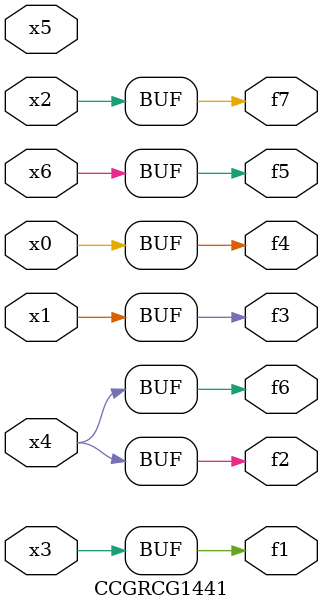
<source format=v>
module CCGRCG1441(
	input x0, x1, x2, x3, x4, x5, x6,
	output f1, f2, f3, f4, f5, f6, f7
);
	assign f1 = x3;
	assign f2 = x4;
	assign f3 = x1;
	assign f4 = x0;
	assign f5 = x6;
	assign f6 = x4;
	assign f7 = x2;
endmodule

</source>
